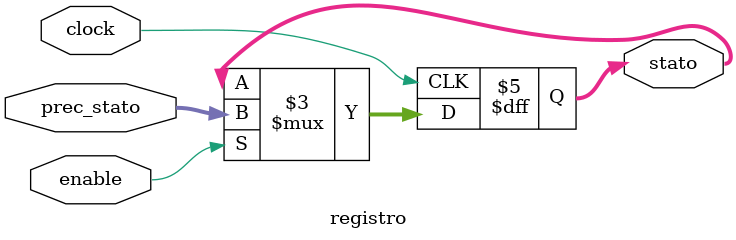
<source format=sv>
module registro(output reg[1:N] stato, input clock, input enable, input [1:N] prec_stato);

	parameter N = 2;
	
	initial
		begin 
			stato = 0;
		end
	always @(posedge clock)
		begin 
			if(enable)
				stato <= prec_stato;
		end

endmodule

</source>
